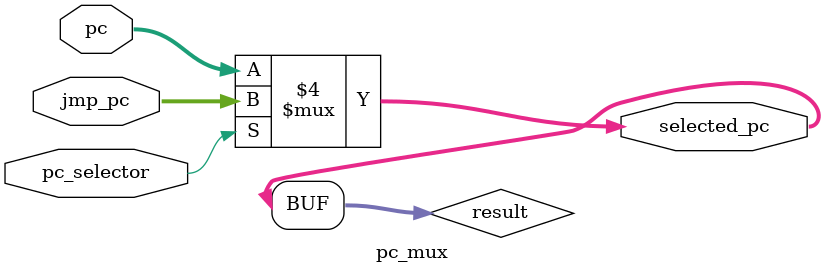
<source format=sv>
/**
 * Mux to select PC.
 *
 * Parameters:
 *     N           - number of bits.
 *
 * Inputs:
 *     pc          - current pc.
 *     jmp_pc      - pc to jump.
 *     pc_selector - pc to be selected.
 *
 * Outputs:
 *     selected_pc - alu result.
 *
 */
module pc_mux #(parameter N=32)
				   (input  logic [N-1:0] pc, jmp_pc,
					 input  logic         pc_selector,
				    output logic [N-1:0] selected_pc);

	// Var to save result
	logic [N-1:0] result;
	
	always_comb begin
		if (pc_selector == 1'b0) begin
			result <= pc;
		end
		else begin
		   result <= jmp_pc;
		end
	end

	assign selected_pc = result;

endmodule // pc_mux

</source>
